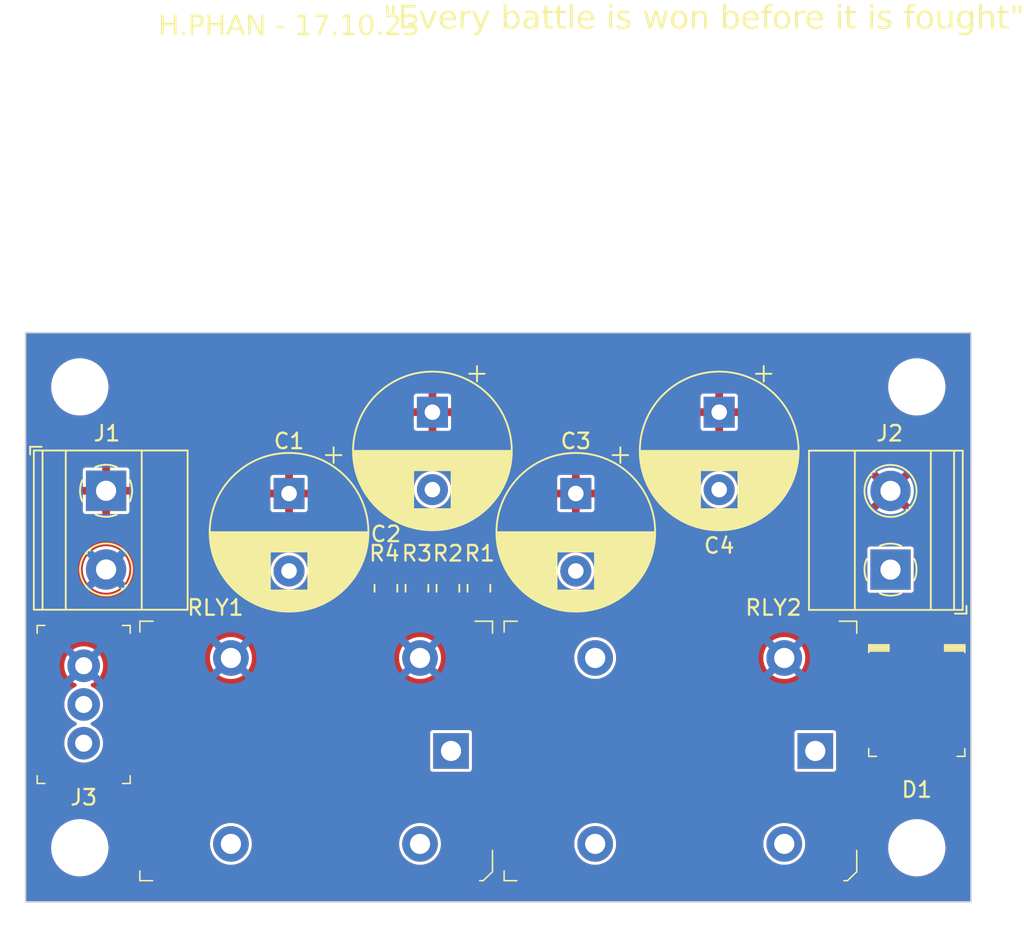
<source format=kicad_pcb>
(kicad_pcb (version 20221018) (generator pcbnew)
  (layers (0 "F.Cu" signal) (31 "B.Cu" signal) (34 "B.Paste" user) (35 "F.Paste" user) (36 "B.SilkS" user "B.Silkscreen") (37 "F.SilkS" user "F.Silkscreen") (38 "B.Mask" user) (39 "F.Mask" user) (44 "Edge.Cuts" user))
  (net 0 "")
  (net 1 "+36V")
  (net 2 "GND")
  (net 3 "Net-(RLY1-COM)")
  (net 4 "Net-(J2-Pin_1)")
  (net 5 "Net-(RLY1-NC)")
  (net 6 "/CHARGE")
  (net 7 "/DISCHARGE")
  (footprint "digikey-footprints:Relay_THT_G5LE-14" (layer "F.Cu") (at 170.45 164.25 180)
    (fp_text reference "RLY2" (at 2.7 9.25) (layer "F.SilkS"))
    (fp_text value "G5LE-14_DC12")
    (pad "1" thru_hole rect (at 0 0 180) (size 2.3 2.3) (drill 1.3) (layers "*.Cu" "*.Mask") (net 4 "Net-(J2-Pin_1)"))
    (pad "2" thru_hole circle (at 2 6 180) (size 2.3 2.3) (drill 1.3) (layers "*.Cu" "*.Mask") (net 2 "GND"))
    (pad "3" thru_hole circle (at 14.2 6 180) (size 2.3 2.3) (drill 1.3) (layers "*.Cu" "*.Mask") (net 3 "Net-(RLY1-COM)"))
    (pad "4" thru_hole circle (at 14.2 -6 180) (size 2.3 2.3) (drill 1.3) (layers "*.Cu" "*.Mask"))
    (pad "5" thru_hole circle (at 2 -6 180) (size 2.3 2.3) (drill 1.3) (layers "*.Cu" "*.Mask") (net 7 "/DISCHARGE"))
  )
  (footprint "Resistor_SMD:R_0805_2012Metric" (layer "F.Cu") (at 142.75 153.75 -90)
    (fp_text reference "R4" (at -2.25 0.1 -180) (layer "F.SilkS"))
    (fp_text value "12k")
    (pad "1" smd roundrect (at -0.9125 0 270) (size 1.025 1.4) (layers "F.Cu" "F.Paste" "F.Mask") (roundrect_rratio 0.243902) (net 1 "+36V"))
    (pad "2" smd roundrect (at 0.9125 0 270) (size 1.025 1.4) (layers "F.Cu" "F.Paste" "F.Mask") (roundrect_rratio 0.243902) (net 5 "Net-(RLY1-NC)"))
  )
  (footprint "Resistor_SMD:R_0805_2012Metric" (layer "F.Cu") (at 148.75 153.75 -90)
    (fp_text reference "R1" (at -2.25 -0.05 -180) (layer "F.SilkS"))
    (fp_text value "12k")
    (pad "1" smd roundrect (at -0.9125 0 270) (size 1.025 1.4) (layers "F.Cu" "F.Paste" "F.Mask") (roundrect_rratio 0.243902) (net 1 "+36V"))
    (pad "2" smd roundrect (at 0.9125 0 270) (size 1.025 1.4) (layers "F.Cu" "F.Paste" "F.Mask") (roundrect_rratio 0.243902) (net 5 "Net-(RLY1-NC)"))
  )
  (footprint "MountingHole:MountingHole_3.2mm_M3" (layer "F.Cu") (at 123 170.5)
    (fp_text reference "H1" hide)
    (fp_text value "MountingHole")
    (pad "" np_thru_hole circle (at 0 0) (size 3.2 3.2) (drill 3.2) (layers "*.Cu" "*.Mask"))
  )
  (footprint "TerminalBlock_Phoenix:TerminalBlock_Phoenix_MKDS-1,5-2-5.08_1x02_P5.08mm_Horizontal" (layer "F.Cu") (at 175.305 152.545 90)
    (fp_text reference "J2" (at 8.795 -0.055 180) (layer "F.SilkS"))
    (fp_text value "OUT")
    (pad "1" thru_hole rect (at 0 0 90) (size 2.6 2.6) (drill 1.3) (layers "*.Cu" "*.Mask") (net 4 "Net-(J2-Pin_1)"))
    (pad "2" thru_hole circle (at 5.08 0 90) (size 2.6 2.6) (drill 1.3) (layers "*.Cu" "*.Mask") (net 1 "+36V"))
  )
  (footprint "digikey-footprints:PinHeader_1x3_P2.5mm_Drill1.1mm" (layer "F.Cu") (at 123.25 163.75 90)
    (fp_text reference "J3" (at -3.5 0 180) (layer "F.SilkS"))
    (fp_text value "B3B-XH-A_LF__SN_")
    (pad "1" thru_hole circle (at 0 0 90) (size 2.1 2.1) (drill 1.1) (layers "*.Cu" "*.Mask") (net 6 "/CHARGE"))
    (pad "2" thru_hole circle (at 2.5 0 90) (size 2.1 2.1) (drill 1.1) (layers "*.Cu" "*.Mask") (net 7 "/DISCHARGE"))
    (pad "3" thru_hole circle (at 5 0 90) (size 2.1 2.1) (drill 1.1) (layers "*.Cu" "*.Mask") (net 2 "GND"))
  )
  (footprint "Capacitor_THT:CP_Radial_D10.0mm_P5.00mm" (layer "F.Cu") (at 145.75 142.382323 -90)
    (fp_text reference "C2" (at 7.867677 3 -180) (layer "F.SilkS"))
    (fp_text value "1000uF")
    (pad "1" thru_hole rect (at 0 0 270) (size 2 2) (drill 1) (layers "*.Cu" "*.Mask") (net 1 "+36V"))
    (pad "2" thru_hole circle (at 5 0 270) (size 2 2) (drill 1) (layers "*.Cu" "*.Mask") (net 3 "Net-(RLY1-COM)"))
  )
  (footprint "Capacitor_THT:CP_Radial_D10.0mm_P5.00mm" (layer "F.Cu") (at 164.25 142.382323 -90)
    (fp_text reference "C4" (at 8.617677 0 -180) (layer "F.SilkS"))
    (fp_text value "1000uF")
    (pad "1" thru_hole rect (at 0 0 270) (size 2 2) (drill 1) (layers "*.Cu" "*.Mask") (net 1 "+36V"))
    (pad "2" thru_hole circle (at 5 0 270) (size 2 2) (drill 1) (layers "*.Cu" "*.Mask") (net 3 "Net-(RLY1-COM)"))
  )
  (footprint "digikey-footprints:DO-214AB" (layer "F.Cu") (at 177 161 -90)
    (fp_text reference "D1" (at 5.75 0 -180) (layer "F.SilkS"))
    (fp_text value "B560C-13-F")
    (pad "A" smd rect (at 3.45 0.01 270) (size 2.5 3.3) (layers "F.Cu" "F.Paste" "F.Mask") (net 4 "Net-(J2-Pin_1)"))
    (pad "K" smd rect (at -3.45 0 270) (size 2.5 3.3) (layers "F.Cu" "F.Paste" "F.Mask") (net 1 "+36V"))
  )
  (footprint "Resistor_SMD:R_0805_2012Metric" (layer "F.Cu") (at 144.75 153.75 -90)
    (fp_text reference "R3" (at -2.25 0 -180) (layer "F.SilkS"))
    (fp_text value "12k")
    (pad "1" smd roundrect (at -0.9125 0 270) (size 1.025 1.4) (layers "F.Cu" "F.Paste" "F.Mask") (roundrect_rratio 0.243902) (net 1 "+36V"))
    (pad "2" smd roundrect (at 0.9125 0 270) (size 1.025 1.4) (layers "F.Cu" "F.Paste" "F.Mask") (roundrect_rratio 0.243902) (net 5 "Net-(RLY1-NC)"))
  )
  (footprint "MountingHole:MountingHole_3.2mm_M3" (layer "F.Cu") (at 177 170.5)
    (fp_text reference "H3" hide)
    (fp_text value "MountingHole")
    (pad "" np_thru_hole circle (at 0 0) (size 3.2 3.2) (drill 3.2) (layers "*.Cu" "*.Mask"))
  )
  (footprint "digikey-footprints:Relay_THT_G5LE-14" (layer "F.Cu") (at 146.95 164.25 180)
    (fp_text reference "RLY1" (at 15.2 9.25) (layer "F.SilkS"))
    (fp_text value "G5LE-14_DC12")
    (pad "1" thru_hole rect (at 0 0 180) (size 2.3 2.3) (drill 1.3) (layers "*.Cu" "*.Mask") (net 3 "Net-(RLY1-COM)"))
    (pad "2" thru_hole circle (at 2 6 180) (size 2.3 2.3) (drill 1.3) (layers "*.Cu" "*.Mask") (net 2 "GND"))
    (pad "3" thru_hole circle (at 14.2 6 180) (size 2.3 2.3) (drill 1.3) (layers "*.Cu" "*.Mask") (net 2 "GND"))
    (pad "4" thru_hole circle (at 14.2 -6 180) (size 2.3 2.3) (drill 1.3) (layers "*.Cu" "*.Mask") (net 5 "Net-(RLY1-NC)"))
    (pad "5" thru_hole circle (at 2 -6 180) (size 2.3 2.3) (drill 1.3) (layers "*.Cu" "*.Mask") (net 6 "/CHARGE"))
  )
  (footprint "Resistor_SMD:R_0805_2012Metric" (layer "F.Cu") (at 146.75 153.75 -90)
    (fp_text reference "R2" (at -2.25 0 -180) (layer "F.SilkS"))
    (fp_text value "12k")
    (pad "1" smd roundrect (at -0.9125 0 270) (size 1.025 1.4) (layers "F.Cu" "F.Paste" "F.Mask") (roundrect_rratio 0.243902) (net 1 "+36V"))
    (pad "2" smd roundrect (at 0.9125 0 270) (size 1.025 1.4) (layers "F.Cu" "F.Paste" "F.Mask") (roundrect_rratio 0.243902) (net 5 "Net-(RLY1-NC)"))
  )
  (footprint "MountingHole:MountingHole_3.2mm_M3" (layer "F.Cu") (at 177 140.75)
    (fp_text reference "H4" hide)
    (fp_text value "MountingHole")
    (pad "" np_thru_hole circle (at 0 0) (size 3.2 3.2) (drill 3.2) (layers "*.Cu" "*.Mask"))
  )
  (footprint "Capacitor_THT:CP_Radial_D10.0mm_P5.00mm" (layer "F.Cu") (at 155 147.632323 -90)
    (fp_text reference "C3" (at -3.382323 0 -180) (layer "F.SilkS"))
    (fp_text value "1000uF")
    (pad "1" thru_hole rect (at 0 0 270) (size 2 2) (drill 1) (layers "*.Cu" "*.Mask") (net 1 "+36V"))
    (pad "2" thru_hole circle (at 5 0 270) (size 2 2) (drill 1) (layers "*.Cu" "*.Mask") (net 3 "Net-(RLY1-COM)"))
  )
  (footprint "TerminalBlock_Phoenix:TerminalBlock_Phoenix_MKDS-1,5-2-5.08_1x02_P5.08mm_Horizontal" (layer "F.Cu") (at 124.695 147.455 -90)
    (fp_text reference "J1" (at -3.705 -0.055 -180) (layer "F.SilkS"))
    (fp_text value "IN")
    (pad "1" thru_hole rect (at 0 0 270) (size 2.6 2.6) (drill 1.3) (layers "*.Cu" "*.Mask") (net 1 "+36V"))
    (pad "2" thru_hole circle (at 5.08 0 270) (size 2.6 2.6) (drill 1.3) (layers "*.Cu" "*.Mask") (net 2 "GND"))
  )
  (footprint "MountingHole:MountingHole_3.2mm_M3" (layer "F.Cu") (at 123 140.75)
    (fp_text reference "H2" hide)
    (fp_text value "MountingHole")
    (pad "" np_thru_hole circle (at 0 0) (size 3.2 3.2) (drill 3.2) (layers "*.Cu" "*.Mask"))
  )
  (footprint "Capacitor_THT:CP_Radial_D10.0mm_P5.00mm" (layer "F.Cu") (at 136.5 147.632323 -90)
    (fp_text reference "C1" (at -3.382323 0) (layer "F.SilkS"))
    (fp_text value "1000uF")
    (pad "1" thru_hole rect (at 0 0 270) (size 2 2) (drill 1) (layers "*.Cu" "*.Mask") (net 1 "+36V"))
    (pad "2" thru_hole circle (at 5 0 270) (size 2 2) (drill 1) (layers "*.Cu" "*.Mask") (net 3 "Net-(RLY1-COM)"))
  )
  (gr_rect (start 119.5 137.25) (end 180.5 174) (stroke (width 0.1)) (fill none) (layer "Edge.Cuts"))
  (gr_text "{dblquote}Every battle is won before it is fought{dblquote}" (at 163.25 117) (layer "F.SilkS") (effects (font (size 1.5 1.5))))
  (gr_text "H.PHAN - 17.10.23" (at 136.5 117.5) (layer "F.SilkS") (effects (font (size 1.3 1.3))))
  (zone (net 1) (net_name "+36V") (layer "F.Cu") (connect_pads (clearance 0.2)) (min_thickness 0.25) (fill yes (thermal_gap 0.5) (thermal_bridge_width 0.5))
    (polygon (pts (xy 119.25 137) (xy 119.25 174.25) (xy 180.75 174.25) (xy 180.75 137)))
  )
  (zone (net 2) (net_name "GND") (layer "B.Cu") (priority 1) (connect_pads (clearance 0.2)) (min_thickness 0.25) (fill yes (thermal_gap 0.5) (thermal_bridge_width 0.5))
    (polygon (pts (xy 119.25 137) (xy 119.25 174.25) (xy 180.75 174.25) (xy 180.75 137) (xy 180.75 137)))
  )
)
</source>
